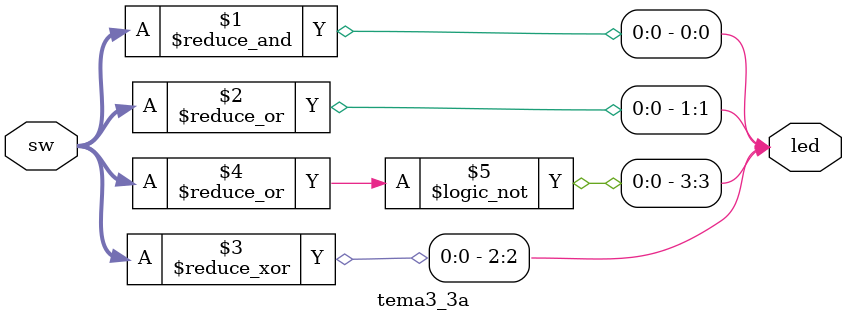
<source format=v>
`timescale 1ns / 1ps
module tema3_3a(
	input [3:0] sw,
	output [3:0] led
    );
assign led[0] = &sw[3:0];
assign led[1] = |sw[3:0];
assign led[2] = ^sw[3:0];
assign led[3] = ~|sw[3:0];

endmodule

</source>
